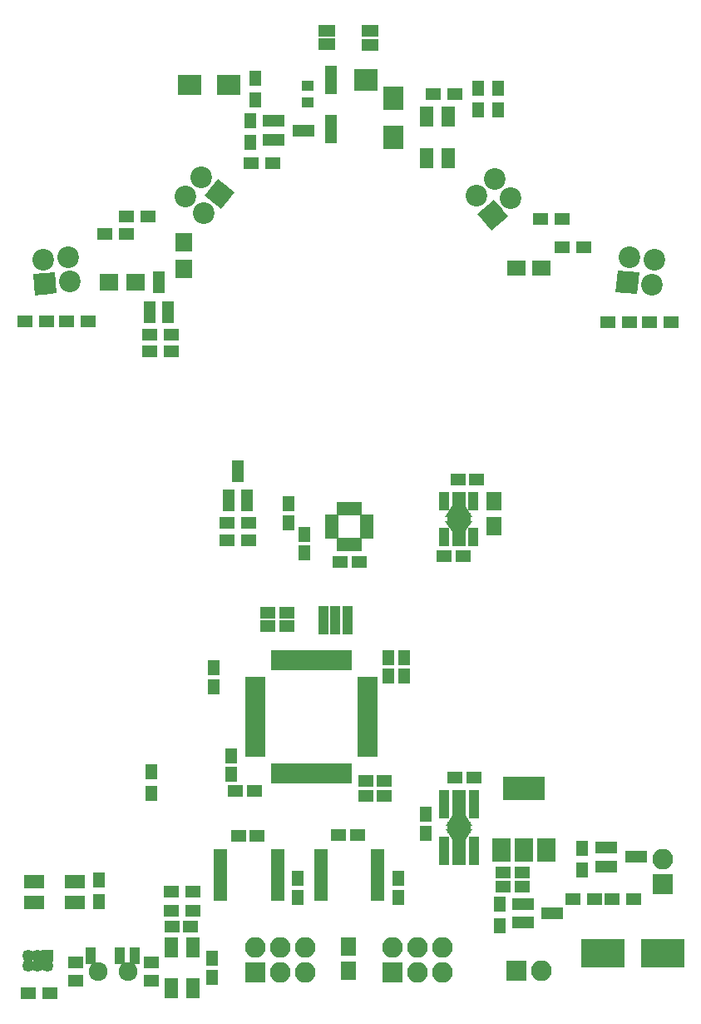
<source format=gts>
G04 #@! TF.GenerationSoftware,KiCad,Pcbnew,(5.0.0)*
G04 #@! TF.CreationDate,2019-01-08T13:39:35+09:00*
G04 #@! TF.ProjectId,novem,6E6F76656D2E6B696361645F70636200,rev?*
G04 #@! TF.SameCoordinates,PX3473bc0PY17d7840*
G04 #@! TF.FileFunction,Soldermask,Top*
G04 #@! TF.FilePolarity,Negative*
%FSLAX46Y46*%
G04 Gerber Fmt 4.6, Leading zero omitted, Abs format (unit mm)*
G04 Created by KiCad (PCBNEW (5.0.0)) date 01/08/19 13:39:35*
%MOMM*%
%LPD*%
G01*
G04 APERTURE LIST*
%ADD10R,1.400000X2.000000*%
%ADD11R,1.600000X1.150000*%
%ADD12R,2.000000X2.400000*%
%ADD13R,1.150000X1.600000*%
%ADD14R,1.600000X1.300000*%
%ADD15R,2.400000X2.200000*%
%ADD16R,1.200000X2.900000*%
%ADD17R,4.400000X2.900000*%
%ADD18O,2.100000X2.100000*%
%ADD19R,2.100000X2.100000*%
%ADD20C,2.200000*%
%ADD21C,0.100000*%
%ADD22R,1.200000X1.000000*%
%ADD23R,1.700000X1.300000*%
%ADD24R,2.300000X1.200000*%
%ADD25R,1.200000X2.300000*%
%ADD26R,1.300000X1.600000*%
%ADD27R,1.900000X1.700000*%
%ADD28R,1.700000X1.900000*%
%ADD29C,1.924000*%
%ADD30R,1.600000X1.200000*%
%ADD31R,1.100000X1.700000*%
%ADD32R,4.200000X2.400000*%
%ADD33R,1.900000X2.400000*%
%ADD34R,1.400000X0.600000*%
%ADD35R,0.600000X1.400000*%
%ADD36R,1.250000X1.250000*%
%ADD37O,1.250000X1.250000*%
%ADD38R,2.000000X0.650000*%
%ADD39R,0.650000X2.000000*%
%ADD40R,1.400000X0.800000*%
%ADD41C,1.150000*%
%ADD42R,1.100000X2.900000*%
%ADD43R,1.400000X2.900000*%
%ADD44R,2.400000X1.200000*%
%ADD45R,1.100000X1.900000*%
%ADD46R,1.400000X1.900000*%
%ADD47R,1.900000X1.650000*%
%ADD48R,1.650000X1.900000*%
%ADD49R,2.000000X1.400000*%
%ADD50R,2.400000X2.000000*%
%ADD51R,1.000000X3.000000*%
G04 APERTURE END LIST*
D10*
G04 #@! TO.C,SW3*
X16525000Y-98600000D03*
X16525000Y-94400000D03*
X18675000Y-98600000D03*
X18675000Y-94400000D03*
G04 #@! TD*
D11*
G04 #@! TO.C,C15*
X28250000Y-61800000D03*
X26350000Y-61800000D03*
G04 #@! TD*
D10*
G04 #@! TO.C,SW2*
X44675000Y-9950000D03*
X44675000Y-14150000D03*
X42525000Y-9950000D03*
X42525000Y-14150000D03*
G04 #@! TD*
D12*
G04 #@! TO.C,C7*
X39100000Y-12100000D03*
X39100000Y-8100000D03*
G04 #@! TD*
D13*
G04 #@! TO.C,C22*
X22600000Y-74950000D03*
X22600000Y-76850000D03*
G04 #@! TD*
D14*
G04 #@! TO.C,R10*
X18700000Y-90700000D03*
X16500000Y-90700000D03*
G04 #@! TD*
D13*
G04 #@! TO.C,C17*
X39600000Y-89350000D03*
X39600000Y-87450000D03*
G04 #@! TD*
D15*
G04 #@! TO.C,BZ1*
X36300000Y-6200000D03*
D16*
X32750000Y-11200000D03*
X32750000Y-6200000D03*
G04 #@! TD*
D17*
G04 #@! TO.C,C1*
X60450000Y-95000000D03*
X66550000Y-95000000D03*
G04 #@! TD*
D11*
G04 #@! TO.C,C2*
X50300000Y-88300000D03*
X52200000Y-88300000D03*
G04 #@! TD*
G04 #@! TO.C,C3*
X52200000Y-86800000D03*
X50300000Y-86800000D03*
G04 #@! TD*
G04 #@! TO.C,C9*
X35600000Y-55200000D03*
X33700000Y-55200000D03*
G04 #@! TD*
D13*
G04 #@! TO.C,C10*
X28400000Y-51250000D03*
X28400000Y-49350000D03*
G04 #@! TD*
G04 #@! TO.C,C11*
X29400000Y-89350000D03*
X29400000Y-87450000D03*
G04 #@! TD*
D11*
G04 #@! TO.C,C12*
X25250000Y-83100000D03*
X23350000Y-83100000D03*
G04 #@! TD*
D13*
G04 #@! TO.C,C13*
X30000000Y-52450000D03*
X30000000Y-54350000D03*
G04 #@! TD*
G04 #@! TO.C,C14*
X20600000Y-97450000D03*
X20600000Y-95550000D03*
G04 #@! TD*
D11*
G04 #@! TO.C,C16*
X26350000Y-60400000D03*
X28250000Y-60400000D03*
G04 #@! TD*
G04 #@! TO.C,C18*
X33550000Y-83000000D03*
X35450000Y-83000000D03*
G04 #@! TD*
D13*
G04 #@! TO.C,C19*
X38600000Y-64950000D03*
X38600000Y-66850000D03*
G04 #@! TD*
G04 #@! TO.C,C20*
X40200000Y-66850000D03*
X40200000Y-64950000D03*
G04 #@! TD*
G04 #@! TO.C,C21*
X20810000Y-66000000D03*
X20810000Y-67900000D03*
G04 #@! TD*
D11*
G04 #@! TO.C,C23*
X24950000Y-78500000D03*
X23050000Y-78500000D03*
G04 #@! TD*
G04 #@! TO.C,C24*
X36300000Y-77500000D03*
X38200000Y-77500000D03*
G04 #@! TD*
G04 #@! TO.C,C25*
X38200000Y-79000000D03*
X36300000Y-79000000D03*
G04 #@! TD*
D18*
G04 #@! TO.C,CN1*
X54140000Y-96800000D03*
D19*
X51600000Y-96800000D03*
G04 #@! TD*
D20*
G04 #@! TO.C,D1*
X21401019Y-17814268D03*
D21*
G36*
X21265436Y-16264553D02*
X22950734Y-17678685D01*
X21536602Y-19363983D01*
X19851304Y-17949851D01*
X21265436Y-16264553D01*
X21265436Y-16264553D01*
G37*
D20*
X19768339Y-19760021D03*
G04 #@! TD*
G04 #@! TO.C,D2*
X6166910Y-26709236D03*
X3636576Y-26930612D03*
D21*
G36*
X2636633Y-28122297D02*
X2444891Y-25930669D01*
X4636519Y-25738927D01*
X4828261Y-27930555D01*
X2636633Y-28122297D01*
X2636633Y-28122297D01*
G37*
G04 #@! TD*
D14*
G04 #@! TO.C,D3*
X59600000Y-89500000D03*
X57400000Y-89500000D03*
G04 #@! TD*
D20*
G04 #@! TO.C,D4*
X49231661Y-19960021D03*
D21*
G36*
X50781376Y-20095604D02*
X49096078Y-21509736D01*
X47681946Y-19824438D01*
X49367244Y-18410306D01*
X50781376Y-20095604D01*
X50781376Y-20095604D01*
G37*
D20*
X47598981Y-18014268D03*
G04 #@! TD*
G04 #@! TO.C,D5*
X65463424Y-27030612D03*
X62933090Y-26809236D03*
D21*
G36*
X61741405Y-27809179D02*
X61933147Y-25617551D01*
X64124775Y-25809293D01*
X63933033Y-28000921D01*
X61741405Y-27809179D01*
X61741405Y-27809179D01*
G37*
G04 #@! TD*
D22*
G04 #@! TO.C,D6*
X30400000Y-8500000D03*
X30400000Y-6800000D03*
G04 #@! TD*
D14*
G04 #@! TO.C,D7*
X1550000Y-30800000D03*
X3750000Y-30800000D03*
G04 #@! TD*
G04 #@! TO.C,D8*
X67400000Y-30850000D03*
X65200000Y-30850000D03*
G04 #@! TD*
D23*
G04 #@! TO.C,D9*
X32300000Y-1200000D03*
X32300000Y-2600000D03*
X36750000Y-1200000D03*
X36750000Y-2650000D03*
G04 #@! TD*
D24*
G04 #@! TO.C,Q1*
X55300000Y-90950000D03*
X52300000Y-91900000D03*
X52300000Y-90000000D03*
G04 #@! TD*
D25*
G04 #@! TO.C,Q2*
X14290000Y-29810000D03*
X16190000Y-29810000D03*
X15240000Y-26810000D03*
G04 #@! TD*
G04 #@! TO.C,Q3*
X23250000Y-46000000D03*
X24200000Y-49000000D03*
X22300000Y-49000000D03*
G04 #@! TD*
D20*
G04 #@! TO.C,Q4*
X63125135Y-24291424D03*
X65655470Y-24512800D03*
G04 #@! TD*
G04 #@! TO.C,Q5*
X19579708Y-16157467D03*
X17947028Y-18103220D03*
G04 #@! TD*
G04 #@! TO.C,Q6*
X51036823Y-18248951D03*
X49404143Y-16303198D03*
G04 #@! TD*
G04 #@! TO.C,Q7*
X3423613Y-24473713D03*
X5953948Y-24252338D03*
G04 #@! TD*
D24*
G04 #@! TO.C,Q8*
X29940000Y-11350000D03*
X26940000Y-12300000D03*
X26940000Y-10400000D03*
G04 #@! TD*
G04 #@! TO.C,Q9*
X60800000Y-84300000D03*
X60800000Y-86200000D03*
X63800000Y-85250000D03*
G04 #@! TD*
D14*
G04 #@! TO.C,R1*
X16470000Y-33860000D03*
X14270000Y-33860000D03*
G04 #@! TD*
D26*
G04 #@! TO.C,R2*
X49900000Y-92200000D03*
X49900000Y-90000000D03*
G04 #@! TD*
D14*
G04 #@! TO.C,R3*
X14250000Y-32130000D03*
X16450000Y-32130000D03*
G04 #@! TD*
D27*
G04 #@! TO.C,R4*
X10160000Y-26770000D03*
X12860000Y-26770000D03*
G04 #@! TD*
D14*
G04 #@! TO.C,R5*
X63600000Y-89500000D03*
X61400000Y-89500000D03*
G04 #@! TD*
G04 #@! TO.C,R6*
X22150000Y-53000000D03*
X24350000Y-53000000D03*
G04 #@! TD*
G04 #@! TO.C,R7*
X24400000Y-51250000D03*
X22200000Y-51250000D03*
G04 #@! TD*
D28*
G04 #@! TO.C,R8*
X17750000Y-22750000D03*
X17750000Y-25450000D03*
G04 #@! TD*
D14*
G04 #@! TO.C,R11*
X58500000Y-23200000D03*
X56300000Y-23200000D03*
G04 #@! TD*
G04 #@! TO.C,R12*
X14100000Y-20100000D03*
X11900000Y-20100000D03*
G04 #@! TD*
G04 #@! TO.C,R13*
X26820000Y-14670000D03*
X24620000Y-14670000D03*
G04 #@! TD*
D26*
G04 #@! TO.C,R14*
X24540000Y-10350000D03*
X24540000Y-12550000D03*
G04 #@! TD*
D14*
G04 #@! TO.C,R15*
X56250000Y-20400000D03*
X54050000Y-20400000D03*
G04 #@! TD*
G04 #@! TO.C,R16*
X11900000Y-21900000D03*
X9700000Y-21900000D03*
G04 #@! TD*
G04 #@! TO.C,R17*
X45350000Y-7650000D03*
X43150000Y-7650000D03*
G04 #@! TD*
D26*
G04 #@! TO.C,R18*
X47750000Y-7050000D03*
X47750000Y-9250000D03*
G04 #@! TD*
G04 #@! TO.C,R19*
X49800000Y-9250000D03*
X49800000Y-7050000D03*
G04 #@! TD*
D14*
G04 #@! TO.C,R20*
X5850000Y-30800000D03*
X8050000Y-30800000D03*
G04 #@! TD*
G04 #@! TO.C,R21*
X60950000Y-30850000D03*
X63150000Y-30850000D03*
G04 #@! TD*
D26*
G04 #@! TO.C,R22*
X25050000Y-6050000D03*
X25050000Y-8250000D03*
G04 #@! TD*
D14*
G04 #@! TO.C,R23*
X1900000Y-99100000D03*
X4100000Y-99100000D03*
G04 #@! TD*
D26*
G04 #@! TO.C,R24*
X14450000Y-78800000D03*
X14450000Y-76600000D03*
G04 #@! TD*
G04 #@! TO.C,R25*
X58300000Y-86550000D03*
X58300000Y-84350000D03*
G04 #@! TD*
D29*
G04 #@! TO.C,SW1*
X9012000Y-96924000D03*
X12060000Y-96924000D03*
D30*
X6750000Y-97800000D03*
X14450000Y-97800000D03*
X6750000Y-96000000D03*
X14450000Y-96000000D03*
D31*
X12750000Y-95300000D03*
X11250000Y-95300000D03*
X8250000Y-95300000D03*
G04 #@! TD*
D18*
G04 #@! TO.C,U1*
X30080000Y-94460000D03*
X30080000Y-97000000D03*
X27540000Y-94460000D03*
X27540000Y-97000000D03*
X25000000Y-94460000D03*
D19*
X25000000Y-97000000D03*
G04 #@! TD*
G04 #@! TO.C,U2*
X39000000Y-97000000D03*
D18*
X39000000Y-94460000D03*
X41540000Y-97000000D03*
X41540000Y-94460000D03*
X44080000Y-97000000D03*
X44080000Y-94460000D03*
G04 #@! TD*
D32*
G04 #@! TO.C,U3*
X52400000Y-78250000D03*
D33*
X52400000Y-84550000D03*
X54700000Y-84550000D03*
X50100000Y-84550000D03*
G04 #@! TD*
D34*
G04 #@! TO.C,U5*
X36400000Y-50650000D03*
X36400000Y-51050000D03*
X36400000Y-51450000D03*
X36400000Y-51850000D03*
X36400000Y-52250000D03*
X36400000Y-52650000D03*
D35*
X35600000Y-53450000D03*
X35200000Y-53450000D03*
X34800000Y-53450000D03*
X34400000Y-53450000D03*
X34000000Y-53450000D03*
X33600000Y-53450000D03*
D34*
X32800000Y-52650000D03*
X32800000Y-52250000D03*
X32800000Y-51850000D03*
X32800000Y-51450000D03*
X32800000Y-51050000D03*
X32800000Y-50650000D03*
D35*
X33600000Y-49850000D03*
X34000000Y-49850000D03*
X34400000Y-49850000D03*
X34800000Y-49850000D03*
X35200000Y-49850000D03*
X35600000Y-49850000D03*
G04 #@! TD*
D36*
G04 #@! TO.C,U8*
X3900000Y-95300000D03*
D37*
X3900000Y-96300000D03*
X2900000Y-95300000D03*
X2900000Y-96300000D03*
X1900000Y-95300000D03*
X1900000Y-96300000D03*
G04 #@! TD*
D38*
G04 #@! TO.C,U9*
X36500000Y-67250000D03*
X36500000Y-67750000D03*
X36500000Y-68250000D03*
X36500000Y-68750000D03*
X36500000Y-69250000D03*
X36500000Y-69750000D03*
X36500000Y-70250000D03*
X36500000Y-70750000D03*
X36500000Y-71250000D03*
X36500000Y-71750000D03*
X36500000Y-72250000D03*
X36500000Y-72750000D03*
X36500000Y-73250000D03*
X36500000Y-73750000D03*
X36500000Y-74250000D03*
X36500000Y-74750000D03*
D39*
X34500000Y-76750000D03*
X34000000Y-76750000D03*
X33500000Y-76750000D03*
X33000000Y-76750000D03*
X32500000Y-76750000D03*
X32000000Y-76750000D03*
X31500000Y-76750000D03*
X31000000Y-76750000D03*
X30500000Y-76750000D03*
X30000000Y-76750000D03*
X29500000Y-76750000D03*
X29000000Y-76750000D03*
X28500000Y-76750000D03*
X28000000Y-76750000D03*
X27500000Y-76750000D03*
X27000000Y-76750000D03*
D38*
X25000000Y-74750000D03*
X25000000Y-74250000D03*
X25000000Y-73750000D03*
X25000000Y-73250000D03*
X25000000Y-72750000D03*
X25000000Y-72250000D03*
X25000000Y-71750000D03*
X25000000Y-71250000D03*
X25000000Y-70750000D03*
X25000000Y-70250000D03*
X25000000Y-69750000D03*
X25000000Y-69250000D03*
X25000000Y-68750000D03*
X25000000Y-68250000D03*
X25000000Y-67750000D03*
X25000000Y-67250000D03*
D39*
X27000000Y-65250000D03*
X27500000Y-65250000D03*
X28000000Y-65250000D03*
X28500000Y-65250000D03*
X29000000Y-65250000D03*
X29500000Y-65250000D03*
X30000000Y-65250000D03*
X30500000Y-65250000D03*
X31000000Y-65250000D03*
X31500000Y-65250000D03*
X32000000Y-65250000D03*
X32500000Y-65250000D03*
X33000000Y-65250000D03*
X33500000Y-65250000D03*
X34000000Y-65250000D03*
X34500000Y-65250000D03*
G04 #@! TD*
D40*
G04 #@! TO.C,U6*
X21500000Y-84825000D03*
X21500000Y-85475000D03*
X21500000Y-86125000D03*
X21500000Y-86775000D03*
X21500000Y-87425000D03*
X21500000Y-88075000D03*
X21500000Y-88725000D03*
X21500000Y-89375000D03*
X27300000Y-89375000D03*
X27300000Y-88725000D03*
X27300000Y-88075000D03*
X27300000Y-87425000D03*
X27300000Y-86775000D03*
X27300000Y-86125000D03*
X27300000Y-85475000D03*
X27300000Y-84825000D03*
G04 #@! TD*
G04 #@! TO.C,U10*
X31700000Y-84825000D03*
X31700000Y-85475000D03*
X31700000Y-86125000D03*
X31700000Y-86775000D03*
X31700000Y-87425000D03*
X31700000Y-88075000D03*
X31700000Y-88725000D03*
X31700000Y-89375000D03*
X37500000Y-89375000D03*
X37500000Y-88725000D03*
X37500000Y-88075000D03*
X37500000Y-87425000D03*
X37500000Y-86775000D03*
X37500000Y-86125000D03*
X37500000Y-85475000D03*
X37500000Y-84825000D03*
G04 #@! TD*
D18*
G04 #@! TO.C,J1*
X66500000Y-85460000D03*
D19*
X66500000Y-88000000D03*
G04 #@! TD*
D14*
G04 #@! TO.C,R9*
X18700000Y-88800000D03*
X16500000Y-88800000D03*
G04 #@! TD*
D11*
G04 #@! TO.C,C4*
X16550000Y-92300000D03*
X18450000Y-92300000D03*
G04 #@! TD*
G04 #@! TO.C,C8*
X45400000Y-77200000D03*
X47300000Y-77200000D03*
G04 #@! TD*
D13*
G04 #@! TO.C,C27*
X42400000Y-80900000D03*
X42400000Y-82800000D03*
G04 #@! TD*
D11*
G04 #@! TO.C,C28*
X45700000Y-46900000D03*
X47600000Y-46900000D03*
G04 #@! TD*
G04 #@! TO.C,C29*
X44300000Y-54650000D03*
X46200000Y-54650000D03*
G04 #@! TD*
D41*
G04 #@! TO.C,U4*
X45800000Y-83030000D03*
D21*
G36*
X47173703Y-82455000D02*
X46407037Y-83605000D01*
X45192963Y-83605000D01*
X44426297Y-82455000D01*
X47173703Y-82455000D01*
X47173703Y-82455000D01*
G37*
D42*
X47300000Y-84600000D03*
X44300000Y-84600000D03*
X47300000Y-79900000D03*
D43*
X45800000Y-79900000D03*
D42*
X44300000Y-79900000D03*
D43*
X45800000Y-84600000D03*
D41*
X45800000Y-81470000D03*
D21*
G36*
X44426297Y-82045000D02*
X45192963Y-80895000D01*
X46407037Y-80895000D01*
X47173703Y-82045000D01*
X44426297Y-82045000D01*
X44426297Y-82045000D01*
G37*
D44*
X45800000Y-82250000D03*
G04 #@! TD*
D41*
G04 #@! TO.C,U11*
X45750000Y-51650000D03*
D21*
G36*
X47123703Y-51075000D02*
X46357037Y-52225000D01*
X45142963Y-52225000D01*
X44376297Y-51075000D01*
X47123703Y-51075000D01*
X47123703Y-51075000D01*
G37*
D45*
X47250000Y-52725000D03*
X44250000Y-52725000D03*
X47250000Y-49025000D03*
D46*
X45750000Y-49025000D03*
D45*
X44250000Y-49025000D03*
D46*
X45750000Y-52725000D03*
D41*
X45750000Y-50100000D03*
D21*
G36*
X44376297Y-50675000D02*
X45142963Y-49525000D01*
X46357037Y-49525000D01*
X47123703Y-50675000D01*
X44376297Y-50675000D01*
X44376297Y-50675000D01*
G37*
D44*
X45750000Y-50875000D03*
G04 #@! TD*
D47*
G04 #@! TO.C,C26*
X51650000Y-25350000D03*
X54150000Y-25350000D03*
G04 #@! TD*
D48*
G04 #@! TO.C,C6*
X49300000Y-51600000D03*
X49300000Y-49100000D03*
G04 #@! TD*
D26*
G04 #@! TO.C,R26*
X9100000Y-89800000D03*
X9100000Y-87600000D03*
G04 #@! TD*
D49*
G04 #@! TO.C,SW4*
X6700000Y-89875000D03*
X2500000Y-89875000D03*
X6700000Y-87725000D03*
X2500000Y-87725000D03*
G04 #@! TD*
D48*
G04 #@! TO.C,C5*
X34550000Y-94350000D03*
X34550000Y-96850000D03*
G04 #@! TD*
D50*
G04 #@! TO.C,C30*
X22360000Y-6740000D03*
X18360000Y-6740000D03*
G04 #@! TD*
D51*
G04 #@! TO.C,U7*
X34400000Y-61200000D03*
X33200000Y-61200000D03*
X32000000Y-61200000D03*
G04 #@! TD*
M02*

</source>
